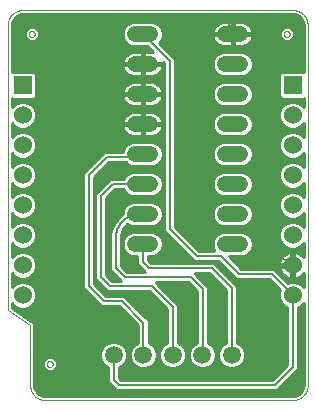
<source format=gtl>
G75*
%MOIN*%
%OFA0B0*%
%FSLAX25Y25*%
%IPPOS*%
%LPD*%
%AMOC8*
5,1,8,0,0,1.08239X$1,22.5*
%
%ADD10C,0.00100*%
%ADD11C,0.00000*%
%ADD12R,0.06000X0.06000*%
%ADD13C,0.06000*%
%ADD14C,0.05200*%
%ADD15C,0.05937*%
%ADD16C,0.01000*%
%ADD17C,0.00600*%
D10*
X0009000Y0008000D02*
X0009000Y0028000D01*
X0001500Y0033000D01*
X0001500Y0128000D01*
X0001502Y0128140D01*
X0001508Y0128280D01*
X0001518Y0128420D01*
X0001531Y0128560D01*
X0001549Y0128699D01*
X0001571Y0128838D01*
X0001596Y0128975D01*
X0001625Y0129113D01*
X0001658Y0129249D01*
X0001695Y0129384D01*
X0001736Y0129518D01*
X0001781Y0129651D01*
X0001829Y0129783D01*
X0001881Y0129913D01*
X0001936Y0130042D01*
X0001995Y0130169D01*
X0002058Y0130295D01*
X0002124Y0130419D01*
X0002193Y0130540D01*
X0002266Y0130660D01*
X0002343Y0130778D01*
X0002422Y0130893D01*
X0002505Y0131007D01*
X0002591Y0131117D01*
X0002680Y0131226D01*
X0002772Y0131332D01*
X0002867Y0131435D01*
X0002964Y0131536D01*
X0003065Y0131633D01*
X0003168Y0131728D01*
X0003274Y0131820D01*
X0003383Y0131909D01*
X0003493Y0131995D01*
X0003607Y0132078D01*
X0003722Y0132157D01*
X0003840Y0132234D01*
X0003960Y0132307D01*
X0004081Y0132376D01*
X0004205Y0132442D01*
X0004331Y0132505D01*
X0004458Y0132564D01*
X0004587Y0132619D01*
X0004717Y0132671D01*
X0004849Y0132719D01*
X0004982Y0132764D01*
X0005116Y0132805D01*
X0005251Y0132842D01*
X0005387Y0132875D01*
X0005525Y0132904D01*
X0005662Y0132929D01*
X0005801Y0132951D01*
X0005940Y0132969D01*
X0006080Y0132982D01*
X0006220Y0132992D01*
X0006360Y0132998D01*
X0006500Y0133000D01*
X0096500Y0133000D01*
X0096640Y0132998D01*
X0096780Y0132992D01*
X0096920Y0132982D01*
X0097060Y0132969D01*
X0097199Y0132951D01*
X0097338Y0132929D01*
X0097475Y0132904D01*
X0097613Y0132875D01*
X0097749Y0132842D01*
X0097884Y0132805D01*
X0098018Y0132764D01*
X0098151Y0132719D01*
X0098283Y0132671D01*
X0098413Y0132619D01*
X0098542Y0132564D01*
X0098669Y0132505D01*
X0098795Y0132442D01*
X0098919Y0132376D01*
X0099040Y0132307D01*
X0099160Y0132234D01*
X0099278Y0132157D01*
X0099393Y0132078D01*
X0099507Y0131995D01*
X0099617Y0131909D01*
X0099726Y0131820D01*
X0099832Y0131728D01*
X0099935Y0131633D01*
X0100036Y0131536D01*
X0100133Y0131435D01*
X0100228Y0131332D01*
X0100320Y0131226D01*
X0100409Y0131117D01*
X0100495Y0131007D01*
X0100578Y0130893D01*
X0100657Y0130778D01*
X0100734Y0130660D01*
X0100807Y0130540D01*
X0100876Y0130419D01*
X0100942Y0130295D01*
X0101005Y0130169D01*
X0101064Y0130042D01*
X0101119Y0129913D01*
X0101171Y0129783D01*
X0101219Y0129651D01*
X0101264Y0129518D01*
X0101305Y0129384D01*
X0101342Y0129249D01*
X0101375Y0129113D01*
X0101404Y0128975D01*
X0101429Y0128838D01*
X0101451Y0128699D01*
X0101469Y0128560D01*
X0101482Y0128420D01*
X0101492Y0128280D01*
X0101498Y0128140D01*
X0101500Y0128000D01*
X0101500Y0008000D01*
X0101498Y0007860D01*
X0101492Y0007720D01*
X0101482Y0007580D01*
X0101469Y0007440D01*
X0101451Y0007301D01*
X0101429Y0007162D01*
X0101404Y0007025D01*
X0101375Y0006887D01*
X0101342Y0006751D01*
X0101305Y0006616D01*
X0101264Y0006482D01*
X0101219Y0006349D01*
X0101171Y0006217D01*
X0101119Y0006087D01*
X0101064Y0005958D01*
X0101005Y0005831D01*
X0100942Y0005705D01*
X0100876Y0005581D01*
X0100807Y0005460D01*
X0100734Y0005340D01*
X0100657Y0005222D01*
X0100578Y0005107D01*
X0100495Y0004993D01*
X0100409Y0004883D01*
X0100320Y0004774D01*
X0100228Y0004668D01*
X0100133Y0004565D01*
X0100036Y0004464D01*
X0099935Y0004367D01*
X0099832Y0004272D01*
X0099726Y0004180D01*
X0099617Y0004091D01*
X0099507Y0004005D01*
X0099393Y0003922D01*
X0099278Y0003843D01*
X0099160Y0003766D01*
X0099040Y0003693D01*
X0098919Y0003624D01*
X0098795Y0003558D01*
X0098669Y0003495D01*
X0098542Y0003436D01*
X0098413Y0003381D01*
X0098283Y0003329D01*
X0098151Y0003281D01*
X0098018Y0003236D01*
X0097884Y0003195D01*
X0097749Y0003158D01*
X0097613Y0003125D01*
X0097475Y0003096D01*
X0097338Y0003071D01*
X0097199Y0003049D01*
X0097060Y0003031D01*
X0096920Y0003018D01*
X0096780Y0003008D01*
X0096640Y0003002D01*
X0096500Y0003000D01*
X0014000Y0003000D01*
X0013860Y0003002D01*
X0013720Y0003008D01*
X0013580Y0003018D01*
X0013440Y0003031D01*
X0013301Y0003049D01*
X0013162Y0003071D01*
X0013025Y0003096D01*
X0012887Y0003125D01*
X0012751Y0003158D01*
X0012616Y0003195D01*
X0012482Y0003236D01*
X0012349Y0003281D01*
X0012217Y0003329D01*
X0012087Y0003381D01*
X0011958Y0003436D01*
X0011831Y0003495D01*
X0011705Y0003558D01*
X0011581Y0003624D01*
X0011460Y0003693D01*
X0011340Y0003766D01*
X0011222Y0003843D01*
X0011107Y0003922D01*
X0010993Y0004005D01*
X0010883Y0004091D01*
X0010774Y0004180D01*
X0010668Y0004272D01*
X0010565Y0004367D01*
X0010464Y0004464D01*
X0010367Y0004565D01*
X0010272Y0004668D01*
X0010180Y0004774D01*
X0010091Y0004883D01*
X0010005Y0004993D01*
X0009922Y0005107D01*
X0009843Y0005222D01*
X0009766Y0005340D01*
X0009693Y0005460D01*
X0009624Y0005581D01*
X0009558Y0005705D01*
X0009495Y0005831D01*
X0009436Y0005958D01*
X0009381Y0006087D01*
X0009329Y0006217D01*
X0009281Y0006349D01*
X0009236Y0006482D01*
X0009195Y0006616D01*
X0009158Y0006751D01*
X0009125Y0006887D01*
X0009096Y0007025D01*
X0009071Y0007162D01*
X0009049Y0007301D01*
X0009031Y0007440D01*
X0009018Y0007580D01*
X0009008Y0007720D01*
X0009002Y0007860D01*
X0009000Y0008000D01*
D11*
X0014500Y0015000D02*
X0014502Y0015063D01*
X0014508Y0015125D01*
X0014518Y0015187D01*
X0014531Y0015249D01*
X0014549Y0015309D01*
X0014570Y0015368D01*
X0014595Y0015426D01*
X0014624Y0015482D01*
X0014656Y0015536D01*
X0014691Y0015588D01*
X0014729Y0015637D01*
X0014771Y0015685D01*
X0014815Y0015729D01*
X0014863Y0015771D01*
X0014912Y0015809D01*
X0014964Y0015844D01*
X0015018Y0015876D01*
X0015074Y0015905D01*
X0015132Y0015930D01*
X0015191Y0015951D01*
X0015251Y0015969D01*
X0015313Y0015982D01*
X0015375Y0015992D01*
X0015437Y0015998D01*
X0015500Y0016000D01*
X0015563Y0015998D01*
X0015625Y0015992D01*
X0015687Y0015982D01*
X0015749Y0015969D01*
X0015809Y0015951D01*
X0015868Y0015930D01*
X0015926Y0015905D01*
X0015982Y0015876D01*
X0016036Y0015844D01*
X0016088Y0015809D01*
X0016137Y0015771D01*
X0016185Y0015729D01*
X0016229Y0015685D01*
X0016271Y0015637D01*
X0016309Y0015588D01*
X0016344Y0015536D01*
X0016376Y0015482D01*
X0016405Y0015426D01*
X0016430Y0015368D01*
X0016451Y0015309D01*
X0016469Y0015249D01*
X0016482Y0015187D01*
X0016492Y0015125D01*
X0016498Y0015063D01*
X0016500Y0015000D01*
X0016498Y0014937D01*
X0016492Y0014875D01*
X0016482Y0014813D01*
X0016469Y0014751D01*
X0016451Y0014691D01*
X0016430Y0014632D01*
X0016405Y0014574D01*
X0016376Y0014518D01*
X0016344Y0014464D01*
X0016309Y0014412D01*
X0016271Y0014363D01*
X0016229Y0014315D01*
X0016185Y0014271D01*
X0016137Y0014229D01*
X0016088Y0014191D01*
X0016036Y0014156D01*
X0015982Y0014124D01*
X0015926Y0014095D01*
X0015868Y0014070D01*
X0015809Y0014049D01*
X0015749Y0014031D01*
X0015687Y0014018D01*
X0015625Y0014008D01*
X0015563Y0014002D01*
X0015500Y0014000D01*
X0015437Y0014002D01*
X0015375Y0014008D01*
X0015313Y0014018D01*
X0015251Y0014031D01*
X0015191Y0014049D01*
X0015132Y0014070D01*
X0015074Y0014095D01*
X0015018Y0014124D01*
X0014964Y0014156D01*
X0014912Y0014191D01*
X0014863Y0014229D01*
X0014815Y0014271D01*
X0014771Y0014315D01*
X0014729Y0014363D01*
X0014691Y0014412D01*
X0014656Y0014464D01*
X0014624Y0014518D01*
X0014595Y0014574D01*
X0014570Y0014632D01*
X0014549Y0014691D01*
X0014531Y0014751D01*
X0014518Y0014813D01*
X0014508Y0014875D01*
X0014502Y0014937D01*
X0014500Y0015000D01*
X0008500Y0125000D02*
X0008502Y0125063D01*
X0008508Y0125125D01*
X0008518Y0125187D01*
X0008531Y0125249D01*
X0008549Y0125309D01*
X0008570Y0125368D01*
X0008595Y0125426D01*
X0008624Y0125482D01*
X0008656Y0125536D01*
X0008691Y0125588D01*
X0008729Y0125637D01*
X0008771Y0125685D01*
X0008815Y0125729D01*
X0008863Y0125771D01*
X0008912Y0125809D01*
X0008964Y0125844D01*
X0009018Y0125876D01*
X0009074Y0125905D01*
X0009132Y0125930D01*
X0009191Y0125951D01*
X0009251Y0125969D01*
X0009313Y0125982D01*
X0009375Y0125992D01*
X0009437Y0125998D01*
X0009500Y0126000D01*
X0009563Y0125998D01*
X0009625Y0125992D01*
X0009687Y0125982D01*
X0009749Y0125969D01*
X0009809Y0125951D01*
X0009868Y0125930D01*
X0009926Y0125905D01*
X0009982Y0125876D01*
X0010036Y0125844D01*
X0010088Y0125809D01*
X0010137Y0125771D01*
X0010185Y0125729D01*
X0010229Y0125685D01*
X0010271Y0125637D01*
X0010309Y0125588D01*
X0010344Y0125536D01*
X0010376Y0125482D01*
X0010405Y0125426D01*
X0010430Y0125368D01*
X0010451Y0125309D01*
X0010469Y0125249D01*
X0010482Y0125187D01*
X0010492Y0125125D01*
X0010498Y0125063D01*
X0010500Y0125000D01*
X0010498Y0124937D01*
X0010492Y0124875D01*
X0010482Y0124813D01*
X0010469Y0124751D01*
X0010451Y0124691D01*
X0010430Y0124632D01*
X0010405Y0124574D01*
X0010376Y0124518D01*
X0010344Y0124464D01*
X0010309Y0124412D01*
X0010271Y0124363D01*
X0010229Y0124315D01*
X0010185Y0124271D01*
X0010137Y0124229D01*
X0010088Y0124191D01*
X0010036Y0124156D01*
X0009982Y0124124D01*
X0009926Y0124095D01*
X0009868Y0124070D01*
X0009809Y0124049D01*
X0009749Y0124031D01*
X0009687Y0124018D01*
X0009625Y0124008D01*
X0009563Y0124002D01*
X0009500Y0124000D01*
X0009437Y0124002D01*
X0009375Y0124008D01*
X0009313Y0124018D01*
X0009251Y0124031D01*
X0009191Y0124049D01*
X0009132Y0124070D01*
X0009074Y0124095D01*
X0009018Y0124124D01*
X0008964Y0124156D01*
X0008912Y0124191D01*
X0008863Y0124229D01*
X0008815Y0124271D01*
X0008771Y0124315D01*
X0008729Y0124363D01*
X0008691Y0124412D01*
X0008656Y0124464D01*
X0008624Y0124518D01*
X0008595Y0124574D01*
X0008570Y0124632D01*
X0008549Y0124691D01*
X0008531Y0124751D01*
X0008518Y0124813D01*
X0008508Y0124875D01*
X0008502Y0124937D01*
X0008500Y0125000D01*
X0093500Y0125000D02*
X0093502Y0125063D01*
X0093508Y0125125D01*
X0093518Y0125187D01*
X0093531Y0125249D01*
X0093549Y0125309D01*
X0093570Y0125368D01*
X0093595Y0125426D01*
X0093624Y0125482D01*
X0093656Y0125536D01*
X0093691Y0125588D01*
X0093729Y0125637D01*
X0093771Y0125685D01*
X0093815Y0125729D01*
X0093863Y0125771D01*
X0093912Y0125809D01*
X0093964Y0125844D01*
X0094018Y0125876D01*
X0094074Y0125905D01*
X0094132Y0125930D01*
X0094191Y0125951D01*
X0094251Y0125969D01*
X0094313Y0125982D01*
X0094375Y0125992D01*
X0094437Y0125998D01*
X0094500Y0126000D01*
X0094563Y0125998D01*
X0094625Y0125992D01*
X0094687Y0125982D01*
X0094749Y0125969D01*
X0094809Y0125951D01*
X0094868Y0125930D01*
X0094926Y0125905D01*
X0094982Y0125876D01*
X0095036Y0125844D01*
X0095088Y0125809D01*
X0095137Y0125771D01*
X0095185Y0125729D01*
X0095229Y0125685D01*
X0095271Y0125637D01*
X0095309Y0125588D01*
X0095344Y0125536D01*
X0095376Y0125482D01*
X0095405Y0125426D01*
X0095430Y0125368D01*
X0095451Y0125309D01*
X0095469Y0125249D01*
X0095482Y0125187D01*
X0095492Y0125125D01*
X0095498Y0125063D01*
X0095500Y0125000D01*
X0095498Y0124937D01*
X0095492Y0124875D01*
X0095482Y0124813D01*
X0095469Y0124751D01*
X0095451Y0124691D01*
X0095430Y0124632D01*
X0095405Y0124574D01*
X0095376Y0124518D01*
X0095344Y0124464D01*
X0095309Y0124412D01*
X0095271Y0124363D01*
X0095229Y0124315D01*
X0095185Y0124271D01*
X0095137Y0124229D01*
X0095088Y0124191D01*
X0095036Y0124156D01*
X0094982Y0124124D01*
X0094926Y0124095D01*
X0094868Y0124070D01*
X0094809Y0124049D01*
X0094749Y0124031D01*
X0094687Y0124018D01*
X0094625Y0124008D01*
X0094563Y0124002D01*
X0094500Y0124000D01*
X0094437Y0124002D01*
X0094375Y0124008D01*
X0094313Y0124018D01*
X0094251Y0124031D01*
X0094191Y0124049D01*
X0094132Y0124070D01*
X0094074Y0124095D01*
X0094018Y0124124D01*
X0093964Y0124156D01*
X0093912Y0124191D01*
X0093863Y0124229D01*
X0093815Y0124271D01*
X0093771Y0124315D01*
X0093729Y0124363D01*
X0093691Y0124412D01*
X0093656Y0124464D01*
X0093624Y0124518D01*
X0093595Y0124574D01*
X0093570Y0124632D01*
X0093549Y0124691D01*
X0093531Y0124751D01*
X0093518Y0124813D01*
X0093508Y0124875D01*
X0093502Y0124937D01*
X0093500Y0125000D01*
D12*
X0096500Y0108000D03*
X0006500Y0108000D03*
D13*
X0006500Y0098000D03*
X0006500Y0088000D03*
X0006500Y0078000D03*
X0006500Y0068000D03*
X0006500Y0058000D03*
X0006500Y0048000D03*
X0006500Y0038000D03*
X0096500Y0038000D03*
X0096500Y0048000D03*
X0096500Y0058000D03*
X0096500Y0068000D03*
X0096500Y0078000D03*
X0096500Y0088000D03*
X0096500Y0098000D03*
D14*
X0079100Y0095000D02*
X0073900Y0095000D01*
X0073900Y0085000D02*
X0079100Y0085000D01*
X0079100Y0075000D02*
X0073900Y0075000D01*
X0073900Y0065000D02*
X0079100Y0065000D01*
X0079100Y0055000D02*
X0073900Y0055000D01*
X0049100Y0055000D02*
X0043900Y0055000D01*
X0043900Y0065000D02*
X0049100Y0065000D01*
X0049100Y0075000D02*
X0043900Y0075000D01*
X0043900Y0085000D02*
X0049100Y0085000D01*
X0049100Y0095000D02*
X0043900Y0095000D01*
X0043900Y0105000D02*
X0049100Y0105000D01*
X0049100Y0115000D02*
X0043900Y0115000D01*
X0043900Y0125000D02*
X0049100Y0125000D01*
X0073900Y0125000D02*
X0079100Y0125000D01*
X0079100Y0115000D02*
X0073900Y0115000D01*
X0073900Y0105000D02*
X0079100Y0105000D01*
D15*
X0076185Y0018000D03*
X0066343Y0018000D03*
X0056500Y0018000D03*
X0046657Y0018000D03*
X0036815Y0018000D03*
D16*
X0038615Y0013909D02*
X0039346Y0014212D01*
X0040603Y0015469D01*
X0041283Y0017111D01*
X0041283Y0018889D01*
X0040603Y0020531D01*
X0039346Y0021788D01*
X0037704Y0022468D01*
X0035926Y0022468D01*
X0034284Y0021788D01*
X0033027Y0020531D01*
X0032346Y0018889D01*
X0032346Y0017111D01*
X0033027Y0015469D01*
X0034284Y0014212D01*
X0035015Y0013909D01*
X0035015Y0008939D01*
X0036700Y0007254D01*
X0037754Y0006200D01*
X0091246Y0006200D01*
X0098300Y0013254D01*
X0098300Y0033875D01*
X0099049Y0034185D01*
X0100150Y0035286D01*
X0100150Y0008000D01*
X0100080Y0007288D01*
X0099535Y0005972D01*
X0098528Y0004965D01*
X0097212Y0004420D01*
X0096500Y0004350D01*
X0014000Y0004350D01*
X0013288Y0004420D01*
X0011972Y0004965D01*
X0010965Y0005972D01*
X0010420Y0007288D01*
X0010350Y0008000D01*
X0010350Y0027591D01*
X0010433Y0027716D01*
X0010350Y0028134D01*
X0010350Y0028559D01*
X0010244Y0028666D01*
X0010214Y0028813D01*
X0009860Y0029049D01*
X0009559Y0029350D01*
X0009409Y0029350D01*
X0002850Y0033722D01*
X0002850Y0035286D01*
X0003951Y0034185D01*
X0005605Y0033500D01*
X0007395Y0033500D01*
X0009049Y0034185D01*
X0010315Y0035451D01*
X0011000Y0037105D01*
X0011000Y0038895D01*
X0010315Y0040549D01*
X0009049Y0041815D01*
X0007395Y0042500D01*
X0005605Y0042500D01*
X0003951Y0041815D01*
X0002850Y0040714D01*
X0002850Y0045286D01*
X0003951Y0044185D01*
X0005605Y0043500D01*
X0007395Y0043500D01*
X0009049Y0044185D01*
X0010315Y0045451D01*
X0011000Y0047105D01*
X0011000Y0048895D01*
X0010315Y0050549D01*
X0009049Y0051815D01*
X0007395Y0052500D01*
X0005605Y0052500D01*
X0003951Y0051815D01*
X0002850Y0050714D01*
X0002850Y0055286D01*
X0003951Y0054185D01*
X0005605Y0053500D01*
X0007395Y0053500D01*
X0009049Y0054185D01*
X0010315Y0055451D01*
X0011000Y0057105D01*
X0011000Y0058895D01*
X0010315Y0060549D01*
X0009049Y0061815D01*
X0007395Y0062500D01*
X0005605Y0062500D01*
X0003951Y0061815D01*
X0002850Y0060714D01*
X0002850Y0065286D01*
X0003951Y0064185D01*
X0005605Y0063500D01*
X0007395Y0063500D01*
X0009049Y0064185D01*
X0010315Y0065451D01*
X0011000Y0067105D01*
X0011000Y0068895D01*
X0010315Y0070549D01*
X0009049Y0071815D01*
X0007395Y0072500D01*
X0005605Y0072500D01*
X0003951Y0071815D01*
X0002850Y0070714D01*
X0002850Y0075286D01*
X0003951Y0074185D01*
X0005605Y0073500D01*
X0007395Y0073500D01*
X0009049Y0074185D01*
X0010315Y0075451D01*
X0011000Y0077105D01*
X0011000Y0078895D01*
X0010315Y0080549D01*
X0009049Y0081815D01*
X0007395Y0082500D01*
X0005605Y0082500D01*
X0003951Y0081815D01*
X0002850Y0080714D01*
X0002850Y0085286D01*
X0003951Y0084185D01*
X0005605Y0083500D01*
X0007395Y0083500D01*
X0009049Y0084185D01*
X0010315Y0085451D01*
X0011000Y0087105D01*
X0011000Y0088895D01*
X0010315Y0090549D01*
X0009049Y0091815D01*
X0007395Y0092500D01*
X0005605Y0092500D01*
X0003951Y0091815D01*
X0002850Y0090714D01*
X0002850Y0095286D01*
X0003951Y0094185D01*
X0005605Y0093500D01*
X0007395Y0093500D01*
X0009049Y0094185D01*
X0010315Y0095451D01*
X0011000Y0097105D01*
X0011000Y0098895D01*
X0010315Y0100549D01*
X0009049Y0101815D01*
X0007395Y0102500D01*
X0005605Y0102500D01*
X0003951Y0101815D01*
X0002850Y0100714D01*
X0002850Y0103529D01*
X0002879Y0103500D01*
X0010121Y0103500D01*
X0011000Y0104379D01*
X0011000Y0111621D01*
X0010121Y0112500D01*
X0002879Y0112500D01*
X0002850Y0112471D01*
X0002850Y0128000D01*
X0002920Y0128712D01*
X0003465Y0130028D01*
X0004472Y0131035D01*
X0005788Y0131580D01*
X0006500Y0131650D01*
X0096500Y0131650D01*
X0097212Y0131580D01*
X0098528Y0131035D01*
X0099535Y0130028D01*
X0100080Y0128712D01*
X0100150Y0128000D01*
X0100150Y0112471D01*
X0100121Y0112500D01*
X0092879Y0112500D01*
X0092000Y0111621D01*
X0092000Y0104379D01*
X0092879Y0103500D01*
X0100121Y0103500D01*
X0100150Y0103529D01*
X0100150Y0100714D01*
X0099049Y0101815D01*
X0097395Y0102500D01*
X0095605Y0102500D01*
X0093951Y0101815D01*
X0092685Y0100549D01*
X0092000Y0098895D01*
X0092000Y0097105D01*
X0092685Y0095451D01*
X0093951Y0094185D01*
X0095605Y0093500D01*
X0097395Y0093500D01*
X0099049Y0094185D01*
X0100150Y0095286D01*
X0100150Y0090714D01*
X0099049Y0091815D01*
X0097395Y0092500D01*
X0095605Y0092500D01*
X0093951Y0091815D01*
X0092685Y0090549D01*
X0092000Y0088895D01*
X0092000Y0087105D01*
X0092685Y0085451D01*
X0093951Y0084185D01*
X0095605Y0083500D01*
X0097395Y0083500D01*
X0099049Y0084185D01*
X0100150Y0085286D01*
X0100150Y0080714D01*
X0099049Y0081815D01*
X0097395Y0082500D01*
X0095605Y0082500D01*
X0093951Y0081815D01*
X0092685Y0080549D01*
X0092000Y0078895D01*
X0092000Y0077105D01*
X0092685Y0075451D01*
X0093951Y0074185D01*
X0095605Y0073500D01*
X0097395Y0073500D01*
X0099049Y0074185D01*
X0100150Y0075286D01*
X0100150Y0070714D01*
X0099049Y0071815D01*
X0097395Y0072500D01*
X0095605Y0072500D01*
X0093951Y0071815D01*
X0092685Y0070549D01*
X0092000Y0068895D01*
X0092000Y0067105D01*
X0092685Y0065451D01*
X0093951Y0064185D01*
X0095605Y0063500D01*
X0097395Y0063500D01*
X0099049Y0064185D01*
X0100150Y0065286D01*
X0100150Y0060714D01*
X0099049Y0061815D01*
X0097395Y0062500D01*
X0095605Y0062500D01*
X0093951Y0061815D01*
X0092685Y0060549D01*
X0092000Y0058895D01*
X0092000Y0057105D01*
X0092685Y0055451D01*
X0093951Y0054185D01*
X0095605Y0053500D01*
X0097395Y0053500D01*
X0099049Y0054185D01*
X0100150Y0055286D01*
X0100150Y0050632D01*
X0099932Y0050932D01*
X0099432Y0051432D01*
X0098859Y0051849D01*
X0098227Y0052170D01*
X0097554Y0052389D01*
X0097000Y0052477D01*
X0097000Y0048500D01*
X0096000Y0048500D01*
X0096000Y0052477D01*
X0095446Y0052389D01*
X0094773Y0052170D01*
X0094141Y0051849D01*
X0093568Y0051432D01*
X0093068Y0050932D01*
X0092651Y0050359D01*
X0092330Y0049727D01*
X0092111Y0049054D01*
X0092023Y0048500D01*
X0096000Y0048500D01*
X0096000Y0047500D01*
X0097000Y0047500D01*
X0097000Y0043523D01*
X0097554Y0043611D01*
X0098227Y0043830D01*
X0098859Y0044151D01*
X0099432Y0044568D01*
X0099932Y0045068D01*
X0100150Y0045368D01*
X0100150Y0040714D01*
X0099049Y0041815D01*
X0097395Y0042500D01*
X0095605Y0042500D01*
X0094856Y0042190D01*
X0091300Y0045746D01*
X0090246Y0046800D01*
X0079246Y0046800D01*
X0075146Y0050900D01*
X0079916Y0050900D01*
X0081422Y0051524D01*
X0082576Y0052678D01*
X0083200Y0054184D01*
X0083200Y0055816D01*
X0082576Y0057322D01*
X0081422Y0058476D01*
X0079916Y0059100D01*
X0073084Y0059100D01*
X0071578Y0058476D01*
X0070424Y0057322D01*
X0069800Y0055816D01*
X0069800Y0054184D01*
X0070373Y0052800D01*
X0065246Y0052800D01*
X0057300Y0060746D01*
X0057300Y0116746D01*
X0056246Y0117800D01*
X0051972Y0122074D01*
X0052576Y0122678D01*
X0053200Y0124184D01*
X0053200Y0125816D01*
X0052576Y0127322D01*
X0051422Y0128476D01*
X0049916Y0129100D01*
X0043084Y0129100D01*
X0041578Y0128476D01*
X0040424Y0127322D01*
X0039800Y0125816D01*
X0039800Y0124184D01*
X0040424Y0122678D01*
X0041578Y0121524D01*
X0043084Y0120900D01*
X0048054Y0120900D01*
X0049936Y0119019D01*
X0049423Y0119100D01*
X0046800Y0119100D01*
X0046800Y0115300D01*
X0053200Y0115300D01*
X0053200Y0115323D01*
X0053119Y0115836D01*
X0053700Y0115254D01*
X0053700Y0059254D01*
X0054754Y0058200D01*
X0063754Y0049200D01*
X0071754Y0049200D01*
X0077754Y0043200D01*
X0088754Y0043200D01*
X0092310Y0039644D01*
X0092000Y0038895D01*
X0092000Y0037105D01*
X0092685Y0035451D01*
X0093951Y0034185D01*
X0094700Y0033875D01*
X0094700Y0014746D01*
X0089754Y0009800D01*
X0039246Y0009800D01*
X0038615Y0010431D01*
X0038615Y0013909D01*
X0038795Y0013984D02*
X0044677Y0013984D01*
X0044126Y0014212D02*
X0045769Y0013531D01*
X0047546Y0013531D01*
X0049189Y0014212D01*
X0050446Y0015469D01*
X0051126Y0017111D01*
X0051126Y0018889D01*
X0050446Y0020531D01*
X0049189Y0021788D01*
X0048457Y0022091D01*
X0048457Y0029588D01*
X0047403Y0030643D01*
X0040246Y0037800D01*
X0034246Y0037800D01*
X0030300Y0041746D01*
X0030300Y0077254D01*
X0035246Y0082200D01*
X0040902Y0082200D01*
X0041578Y0081524D01*
X0043084Y0080900D01*
X0049916Y0080900D01*
X0051422Y0081524D01*
X0052576Y0082678D01*
X0053200Y0084184D01*
X0053200Y0085816D01*
X0052576Y0087322D01*
X0051422Y0088476D01*
X0049916Y0089100D01*
X0043084Y0089100D01*
X0041578Y0088476D01*
X0040424Y0087322D01*
X0039800Y0085816D01*
X0039800Y0085800D01*
X0033754Y0085800D01*
X0027754Y0079800D01*
X0026700Y0078746D01*
X0026700Y0040254D01*
X0032754Y0034200D01*
X0038754Y0034200D01*
X0044857Y0028097D01*
X0044857Y0022091D01*
X0044126Y0021788D01*
X0042869Y0020531D01*
X0042189Y0018889D01*
X0042189Y0017111D01*
X0042869Y0015469D01*
X0044126Y0014212D01*
X0043356Y0014982D02*
X0040117Y0014982D01*
X0040815Y0015981D02*
X0042657Y0015981D01*
X0042244Y0016979D02*
X0041229Y0016979D01*
X0041283Y0017978D02*
X0042189Y0017978D01*
X0042225Y0018976D02*
X0041247Y0018976D01*
X0040834Y0019975D02*
X0042639Y0019975D01*
X0043311Y0020973D02*
X0040161Y0020973D01*
X0038903Y0021972D02*
X0044569Y0021972D01*
X0044857Y0022970D02*
X0010350Y0022970D01*
X0010350Y0021972D02*
X0034727Y0021972D01*
X0033469Y0020973D02*
X0010350Y0020973D01*
X0010350Y0019975D02*
X0032796Y0019975D01*
X0032383Y0018976D02*
X0010350Y0018976D01*
X0010350Y0017978D02*
X0032346Y0017978D01*
X0032401Y0016979D02*
X0016774Y0016979D01*
X0016453Y0017300D02*
X0014547Y0017300D01*
X0013200Y0015953D01*
X0013200Y0014047D01*
X0014547Y0012700D01*
X0016453Y0012700D01*
X0017800Y0014047D01*
X0017800Y0015953D01*
X0016453Y0017300D01*
X0017772Y0015981D02*
X0032815Y0015981D01*
X0033513Y0014982D02*
X0017800Y0014982D01*
X0017736Y0013984D02*
X0034835Y0013984D01*
X0035015Y0012985D02*
X0016738Y0012985D01*
X0014262Y0012985D02*
X0010350Y0012985D01*
X0010350Y0011987D02*
X0035015Y0011987D01*
X0035015Y0010988D02*
X0010350Y0010988D01*
X0010350Y0009990D02*
X0035015Y0009990D01*
X0035015Y0008991D02*
X0010350Y0008991D01*
X0010351Y0007993D02*
X0035962Y0007993D01*
X0036960Y0006994D02*
X0010542Y0006994D01*
X0010955Y0005996D02*
X0099545Y0005996D01*
X0099958Y0006994D02*
X0092040Y0006994D01*
X0093038Y0007993D02*
X0100149Y0007993D01*
X0100150Y0008991D02*
X0094037Y0008991D01*
X0095035Y0009990D02*
X0100150Y0009990D01*
X0100150Y0010988D02*
X0096034Y0010988D01*
X0097032Y0011987D02*
X0100150Y0011987D01*
X0100150Y0012985D02*
X0098031Y0012985D01*
X0098300Y0013984D02*
X0100150Y0013984D01*
X0100150Y0014982D02*
X0098300Y0014982D01*
X0098300Y0015981D02*
X0100150Y0015981D01*
X0100150Y0016979D02*
X0098300Y0016979D01*
X0098300Y0017978D02*
X0100150Y0017978D01*
X0100150Y0018976D02*
X0098300Y0018976D01*
X0098300Y0019975D02*
X0100150Y0019975D01*
X0100150Y0020973D02*
X0098300Y0020973D01*
X0098300Y0021972D02*
X0100150Y0021972D01*
X0100150Y0022970D02*
X0098300Y0022970D01*
X0098300Y0023969D02*
X0100150Y0023969D01*
X0100150Y0024967D02*
X0098300Y0024967D01*
X0098300Y0025966D02*
X0100150Y0025966D01*
X0100150Y0026964D02*
X0098300Y0026964D01*
X0098300Y0027963D02*
X0100150Y0027963D01*
X0100150Y0028961D02*
X0098300Y0028961D01*
X0098300Y0029960D02*
X0100150Y0029960D01*
X0100150Y0030958D02*
X0098300Y0030958D01*
X0098300Y0031957D02*
X0100150Y0031957D01*
X0100150Y0032955D02*
X0098300Y0032955D01*
X0098491Y0033954D02*
X0100150Y0033954D01*
X0100150Y0034952D02*
X0099816Y0034952D01*
X0094509Y0033954D02*
X0077985Y0033954D01*
X0077985Y0034952D02*
X0093184Y0034952D01*
X0092478Y0035951D02*
X0077985Y0035951D01*
X0077985Y0036949D02*
X0092064Y0036949D01*
X0092000Y0037948D02*
X0077985Y0037948D01*
X0077985Y0038946D02*
X0092021Y0038946D01*
X0092009Y0039945D02*
X0077985Y0039945D01*
X0077985Y0040943D02*
X0091011Y0040943D01*
X0090012Y0041942D02*
X0077104Y0041942D01*
X0076931Y0042115D02*
X0077985Y0041061D01*
X0077985Y0022091D01*
X0078716Y0021788D01*
X0079973Y0020531D01*
X0080654Y0018889D01*
X0080654Y0017111D01*
X0079973Y0015469D01*
X0078716Y0014212D01*
X0077074Y0013531D01*
X0075296Y0013531D01*
X0073654Y0014212D01*
X0072397Y0015469D01*
X0071717Y0017111D01*
X0071717Y0018889D01*
X0072397Y0020531D01*
X0073654Y0021788D01*
X0074385Y0022091D01*
X0074385Y0039569D01*
X0068754Y0045200D01*
X0063846Y0045200D01*
X0064300Y0044746D01*
X0067246Y0041800D01*
X0068300Y0040746D01*
X0068300Y0022026D01*
X0068874Y0021788D01*
X0070131Y0020531D01*
X0070811Y0018889D01*
X0070811Y0017111D01*
X0070131Y0015469D01*
X0068874Y0014212D01*
X0067231Y0013531D01*
X0065454Y0013531D01*
X0063811Y0014212D01*
X0062554Y0015469D01*
X0061874Y0017111D01*
X0061874Y0018889D01*
X0062554Y0020531D01*
X0063811Y0021788D01*
X0064700Y0022156D01*
X0064700Y0039254D01*
X0061754Y0042200D01*
X0050846Y0042200D01*
X0051300Y0041746D01*
X0058300Y0034746D01*
X0058300Y0022091D01*
X0059031Y0021788D01*
X0060288Y0020531D01*
X0060968Y0018889D01*
X0060968Y0017111D01*
X0060288Y0015469D01*
X0059031Y0014212D01*
X0057389Y0013531D01*
X0055611Y0013531D01*
X0053969Y0014212D01*
X0052712Y0015469D01*
X0052031Y0017111D01*
X0052031Y0018889D01*
X0052712Y0020531D01*
X0053969Y0021788D01*
X0054700Y0022091D01*
X0054700Y0033254D01*
X0048754Y0039200D01*
X0034754Y0039200D01*
X0033700Y0040254D01*
X0030700Y0043254D01*
X0030700Y0071746D01*
X0031754Y0072800D01*
X0035754Y0076800D01*
X0040208Y0076800D01*
X0040424Y0077322D01*
X0041578Y0078476D01*
X0043084Y0079100D01*
X0049916Y0079100D01*
X0051422Y0078476D01*
X0052576Y0077322D01*
X0053200Y0075816D01*
X0053200Y0074184D01*
X0052576Y0072678D01*
X0051422Y0071524D01*
X0049916Y0070900D01*
X0043084Y0070900D01*
X0041578Y0071524D01*
X0040424Y0072678D01*
X0040208Y0073200D01*
X0037246Y0073200D01*
X0034300Y0070254D01*
X0034300Y0044746D01*
X0036246Y0042800D01*
X0039154Y0042800D01*
X0036754Y0045200D01*
X0035700Y0046254D01*
X0035700Y0058680D01*
X0036813Y0061850D01*
X0036813Y0061850D01*
X0038913Y0064472D01*
X0038913Y0064472D01*
X0039800Y0065025D01*
X0039800Y0065816D01*
X0040424Y0067322D01*
X0041578Y0068476D01*
X0043084Y0069100D01*
X0049916Y0069100D01*
X0051422Y0068476D01*
X0052576Y0067322D01*
X0053200Y0065816D01*
X0053200Y0064184D01*
X0052576Y0062678D01*
X0051422Y0061524D01*
X0049916Y0060900D01*
X0043084Y0060900D01*
X0041578Y0061524D01*
X0041416Y0061686D01*
X0041400Y0061675D01*
X0040085Y0060035D01*
X0039389Y0058051D01*
X0039300Y0057000D01*
X0039300Y0047746D01*
X0041246Y0045800D01*
X0047154Y0045800D01*
X0046700Y0046254D01*
X0046700Y0046254D01*
X0045754Y0047200D01*
X0045754Y0047200D01*
X0044700Y0048254D01*
X0044700Y0050900D01*
X0043084Y0050900D01*
X0041578Y0051524D01*
X0040424Y0052678D01*
X0039800Y0054184D01*
X0039800Y0055816D01*
X0040424Y0057322D01*
X0041578Y0058476D01*
X0043084Y0059100D01*
X0049916Y0059100D01*
X0051422Y0058476D01*
X0052576Y0057322D01*
X0053200Y0055816D01*
X0053200Y0054184D01*
X0052576Y0052678D01*
X0051422Y0051524D01*
X0049916Y0050900D01*
X0048300Y0050900D01*
X0048300Y0049746D01*
X0049246Y0048800D01*
X0070246Y0048800D01*
X0071300Y0047746D01*
X0071300Y0047746D01*
X0076931Y0042115D01*
X0076931Y0042115D01*
X0076105Y0042940D02*
X0089014Y0042940D01*
X0091110Y0045936D02*
X0092501Y0045936D01*
X0092651Y0045641D02*
X0092330Y0046273D01*
X0092111Y0046946D01*
X0092023Y0047500D01*
X0096000Y0047500D01*
X0096000Y0043523D01*
X0095446Y0043611D01*
X0094773Y0043830D01*
X0094141Y0044151D01*
X0093568Y0044568D01*
X0093068Y0045068D01*
X0092651Y0045641D01*
X0092108Y0044937D02*
X0093199Y0044937D01*
X0093107Y0043939D02*
X0094558Y0043939D01*
X0094105Y0042940D02*
X0100150Y0042940D01*
X0100150Y0041942D02*
X0098742Y0041942D01*
X0099921Y0040943D02*
X0100150Y0040943D01*
X0100150Y0043939D02*
X0098442Y0043939D01*
X0097000Y0043939D02*
X0096000Y0043939D01*
X0096000Y0044937D02*
X0097000Y0044937D01*
X0097000Y0045936D02*
X0096000Y0045936D01*
X0096000Y0046934D02*
X0097000Y0046934D01*
X0096000Y0047933D02*
X0078113Y0047933D01*
X0079111Y0046934D02*
X0092115Y0046934D01*
X0092091Y0048932D02*
X0077114Y0048932D01*
X0076116Y0049930D02*
X0092433Y0049930D01*
X0093065Y0050929D02*
X0079984Y0050929D01*
X0081825Y0051927D02*
X0094295Y0051927D01*
X0096000Y0051927D02*
X0097000Y0051927D01*
X0097000Y0050929D02*
X0096000Y0050929D01*
X0096000Y0049930D02*
X0097000Y0049930D01*
X0097000Y0048932D02*
X0096000Y0048932D01*
X0098705Y0051927D02*
X0100150Y0051927D01*
X0100150Y0050929D02*
X0099935Y0050929D01*
X0100150Y0052926D02*
X0082679Y0052926D01*
X0083092Y0053924D02*
X0094581Y0053924D01*
X0093213Y0054923D02*
X0083200Y0054923D01*
X0083156Y0055921D02*
X0092490Y0055921D01*
X0092077Y0056920D02*
X0082743Y0056920D01*
X0081980Y0057918D02*
X0092000Y0057918D01*
X0092009Y0058917D02*
X0080358Y0058917D01*
X0079916Y0060900D02*
X0081422Y0061524D01*
X0082576Y0062678D01*
X0083200Y0064184D01*
X0083200Y0065816D01*
X0082576Y0067322D01*
X0081422Y0068476D01*
X0079916Y0069100D01*
X0073084Y0069100D01*
X0071578Y0068476D01*
X0070424Y0067322D01*
X0069800Y0065816D01*
X0069800Y0064184D01*
X0070424Y0062678D01*
X0071578Y0061524D01*
X0073084Y0060900D01*
X0079916Y0060900D01*
X0079948Y0060914D02*
X0093050Y0060914D01*
X0092423Y0059915D02*
X0058130Y0059915D01*
X0057300Y0060914D02*
X0073051Y0060914D01*
X0072642Y0058917D02*
X0059129Y0058917D01*
X0060127Y0057918D02*
X0071020Y0057918D01*
X0070257Y0056920D02*
X0061126Y0056920D01*
X0062124Y0055921D02*
X0069844Y0055921D01*
X0069800Y0054923D02*
X0063123Y0054923D01*
X0064121Y0053924D02*
X0069908Y0053924D01*
X0070321Y0052926D02*
X0065120Y0052926D01*
X0063024Y0049930D02*
X0048300Y0049930D01*
X0049114Y0048932D02*
X0072023Y0048932D01*
X0071113Y0047933D02*
X0073021Y0047933D01*
X0072111Y0046934D02*
X0074020Y0046934D01*
X0073110Y0045936D02*
X0075018Y0045936D01*
X0074108Y0044937D02*
X0076017Y0044937D01*
X0075107Y0043939D02*
X0077015Y0043939D01*
X0074009Y0039945D02*
X0068300Y0039945D01*
X0068300Y0038946D02*
X0074385Y0038946D01*
X0074385Y0037948D02*
X0068300Y0037948D01*
X0068300Y0036949D02*
X0074385Y0036949D01*
X0074385Y0035951D02*
X0068300Y0035951D01*
X0068300Y0034952D02*
X0074385Y0034952D01*
X0074385Y0033954D02*
X0068300Y0033954D01*
X0068300Y0032955D02*
X0074385Y0032955D01*
X0074385Y0031957D02*
X0068300Y0031957D01*
X0068300Y0030958D02*
X0074385Y0030958D01*
X0074385Y0029960D02*
X0068300Y0029960D01*
X0068300Y0028961D02*
X0074385Y0028961D01*
X0074385Y0027963D02*
X0068300Y0027963D01*
X0068300Y0026964D02*
X0074385Y0026964D01*
X0074385Y0025966D02*
X0068300Y0025966D01*
X0068300Y0024967D02*
X0074385Y0024967D01*
X0074385Y0023969D02*
X0068300Y0023969D01*
X0068300Y0022970D02*
X0074385Y0022970D01*
X0074097Y0021972D02*
X0068431Y0021972D01*
X0069689Y0020973D02*
X0072839Y0020973D01*
X0072166Y0019975D02*
X0070361Y0019975D01*
X0070775Y0018976D02*
X0071753Y0018976D01*
X0071717Y0017978D02*
X0070811Y0017978D01*
X0070756Y0016979D02*
X0071771Y0016979D01*
X0072185Y0015981D02*
X0070343Y0015981D01*
X0069644Y0014982D02*
X0072883Y0014982D01*
X0074205Y0013984D02*
X0068323Y0013984D01*
X0064362Y0013984D02*
X0058480Y0013984D01*
X0059802Y0014982D02*
X0063041Y0014982D01*
X0062342Y0015981D02*
X0060500Y0015981D01*
X0060914Y0016979D02*
X0061929Y0016979D01*
X0061874Y0017978D02*
X0060968Y0017978D01*
X0060932Y0018976D02*
X0061910Y0018976D01*
X0062324Y0019975D02*
X0060519Y0019975D01*
X0059846Y0020973D02*
X0062996Y0020973D01*
X0064254Y0021972D02*
X0058588Y0021972D01*
X0058300Y0022970D02*
X0064700Y0022970D01*
X0064700Y0023969D02*
X0058300Y0023969D01*
X0058300Y0024967D02*
X0064700Y0024967D01*
X0064700Y0025966D02*
X0058300Y0025966D01*
X0058300Y0026964D02*
X0064700Y0026964D01*
X0064700Y0027963D02*
X0058300Y0027963D01*
X0058300Y0028961D02*
X0064700Y0028961D01*
X0064700Y0029960D02*
X0058300Y0029960D01*
X0058300Y0030958D02*
X0064700Y0030958D01*
X0064700Y0031957D02*
X0058300Y0031957D01*
X0058300Y0032955D02*
X0064700Y0032955D01*
X0064700Y0033954D02*
X0058300Y0033954D01*
X0058093Y0034952D02*
X0064700Y0034952D01*
X0064700Y0035951D02*
X0057095Y0035951D01*
X0056096Y0036949D02*
X0064700Y0036949D01*
X0064700Y0037948D02*
X0055098Y0037948D01*
X0054099Y0038946D02*
X0064700Y0038946D01*
X0064009Y0039945D02*
X0053101Y0039945D01*
X0052102Y0040943D02*
X0063011Y0040943D01*
X0062012Y0041942D02*
X0051104Y0041942D01*
X0049008Y0038946D02*
X0033099Y0038946D01*
X0034009Y0039945D02*
X0032101Y0039945D01*
X0033011Y0040943D02*
X0031102Y0040943D01*
X0030300Y0041942D02*
X0032012Y0041942D01*
X0031014Y0042940D02*
X0030300Y0042940D01*
X0030300Y0043939D02*
X0030700Y0043939D01*
X0030700Y0044937D02*
X0030300Y0044937D01*
X0030300Y0045936D02*
X0030700Y0045936D01*
X0030700Y0046934D02*
X0030300Y0046934D01*
X0030300Y0047933D02*
X0030700Y0047933D01*
X0030700Y0048932D02*
X0030300Y0048932D01*
X0030300Y0049930D02*
X0030700Y0049930D01*
X0030700Y0050929D02*
X0030300Y0050929D01*
X0030300Y0051927D02*
X0030700Y0051927D01*
X0030700Y0052926D02*
X0030300Y0052926D01*
X0030300Y0053924D02*
X0030700Y0053924D01*
X0030700Y0054923D02*
X0030300Y0054923D01*
X0030300Y0055921D02*
X0030700Y0055921D01*
X0030700Y0056920D02*
X0030300Y0056920D01*
X0030300Y0057918D02*
X0030700Y0057918D01*
X0030700Y0058917D02*
X0030300Y0058917D01*
X0030300Y0059915D02*
X0030700Y0059915D01*
X0030700Y0060914D02*
X0030300Y0060914D01*
X0030300Y0061912D02*
X0030700Y0061912D01*
X0030700Y0062911D02*
X0030300Y0062911D01*
X0030300Y0063909D02*
X0030700Y0063909D01*
X0030700Y0064908D02*
X0030300Y0064908D01*
X0030300Y0065906D02*
X0030700Y0065906D01*
X0030700Y0066905D02*
X0030300Y0066905D01*
X0030300Y0067903D02*
X0030700Y0067903D01*
X0030700Y0068902D02*
X0030300Y0068902D01*
X0030300Y0069900D02*
X0030700Y0069900D01*
X0030700Y0070899D02*
X0030300Y0070899D01*
X0030300Y0071897D02*
X0030852Y0071897D01*
X0030300Y0072896D02*
X0031850Y0072896D01*
X0032849Y0073894D02*
X0030300Y0073894D01*
X0030300Y0074893D02*
X0033847Y0074893D01*
X0034846Y0075891D02*
X0030300Y0075891D01*
X0030300Y0076890D02*
X0040245Y0076890D01*
X0040990Y0077888D02*
X0030934Y0077888D01*
X0031932Y0078887D02*
X0042570Y0078887D01*
X0041219Y0081882D02*
X0034928Y0081882D01*
X0033929Y0080884D02*
X0053700Y0080884D01*
X0053700Y0081882D02*
X0051781Y0081882D01*
X0052660Y0082881D02*
X0053700Y0082881D01*
X0053700Y0083879D02*
X0053074Y0083879D01*
X0053200Y0084878D02*
X0053700Y0084878D01*
X0053700Y0085876D02*
X0053175Y0085876D01*
X0052761Y0086875D02*
X0053700Y0086875D01*
X0053700Y0087873D02*
X0052025Y0087873D01*
X0050466Y0088872D02*
X0053700Y0088872D01*
X0053700Y0089870D02*
X0010596Y0089870D01*
X0011000Y0088872D02*
X0042534Y0088872D01*
X0040975Y0087873D02*
X0011000Y0087873D01*
X0010905Y0086875D02*
X0040239Y0086875D01*
X0039825Y0085876D02*
X0010491Y0085876D01*
X0009742Y0084878D02*
X0032832Y0084878D01*
X0031834Y0083879D02*
X0008311Y0083879D01*
X0008886Y0081882D02*
X0029837Y0081882D01*
X0028838Y0080884D02*
X0009980Y0080884D01*
X0010590Y0079885D02*
X0027840Y0079885D01*
X0026841Y0078887D02*
X0011000Y0078887D01*
X0011000Y0077888D02*
X0026700Y0077888D01*
X0026700Y0076890D02*
X0010911Y0076890D01*
X0010497Y0075891D02*
X0026700Y0075891D01*
X0026700Y0074893D02*
X0009757Y0074893D01*
X0008347Y0073894D02*
X0026700Y0073894D01*
X0026700Y0072896D02*
X0002850Y0072896D01*
X0002850Y0073894D02*
X0004653Y0073894D01*
X0004150Y0071897D02*
X0002850Y0071897D01*
X0002850Y0070899D02*
X0003035Y0070899D01*
X0002850Y0074893D02*
X0003243Y0074893D01*
X0003020Y0080884D02*
X0002850Y0080884D01*
X0002850Y0081882D02*
X0004114Y0081882D01*
X0002850Y0082881D02*
X0030835Y0082881D01*
X0032931Y0079885D02*
X0053700Y0079885D01*
X0053700Y0078887D02*
X0050430Y0078887D01*
X0052010Y0077888D02*
X0053700Y0077888D01*
X0053700Y0076890D02*
X0052755Y0076890D01*
X0053169Y0075891D02*
X0053700Y0075891D01*
X0053700Y0074893D02*
X0053200Y0074893D01*
X0053080Y0073894D02*
X0053700Y0073894D01*
X0053700Y0072896D02*
X0052666Y0072896D01*
X0051796Y0071897D02*
X0053700Y0071897D01*
X0053700Y0070899D02*
X0034944Y0070899D01*
X0034300Y0069900D02*
X0053700Y0069900D01*
X0053700Y0068902D02*
X0050394Y0068902D01*
X0051995Y0067903D02*
X0053700Y0067903D01*
X0053700Y0066905D02*
X0052749Y0066905D01*
X0053162Y0065906D02*
X0053700Y0065906D01*
X0053700Y0064908D02*
X0053200Y0064908D01*
X0053086Y0063909D02*
X0053700Y0063909D01*
X0053700Y0062911D02*
X0052672Y0062911D01*
X0051810Y0061912D02*
X0053700Y0061912D01*
X0053700Y0060914D02*
X0049948Y0060914D01*
X0050358Y0058917D02*
X0054038Y0058917D01*
X0053700Y0059915D02*
X0040043Y0059915D01*
X0039693Y0058917D02*
X0042642Y0058917D01*
X0041020Y0057918D02*
X0039378Y0057918D01*
X0039300Y0056920D02*
X0040257Y0056920D01*
X0039844Y0055921D02*
X0039300Y0055921D01*
X0039300Y0054923D02*
X0039800Y0054923D01*
X0039908Y0053924D02*
X0039300Y0053924D01*
X0039300Y0052926D02*
X0040321Y0052926D01*
X0041175Y0051927D02*
X0039300Y0051927D01*
X0039300Y0050929D02*
X0043016Y0050929D01*
X0044700Y0049930D02*
X0039300Y0049930D01*
X0039300Y0048932D02*
X0044700Y0048932D01*
X0045021Y0047933D02*
X0039300Y0047933D01*
X0040111Y0046934D02*
X0046020Y0046934D01*
X0047018Y0045936D02*
X0041110Y0045936D01*
X0039014Y0042940D02*
X0036105Y0042940D01*
X0035107Y0043939D02*
X0038015Y0043939D01*
X0037017Y0044937D02*
X0034300Y0044937D01*
X0034300Y0045936D02*
X0036018Y0045936D01*
X0035700Y0046934D02*
X0034300Y0046934D01*
X0034300Y0047933D02*
X0035700Y0047933D01*
X0035700Y0048932D02*
X0034300Y0048932D01*
X0034300Y0049930D02*
X0035700Y0049930D01*
X0035700Y0050929D02*
X0034300Y0050929D01*
X0034300Y0051927D02*
X0035700Y0051927D01*
X0035700Y0052926D02*
X0034300Y0052926D01*
X0034300Y0053924D02*
X0035700Y0053924D01*
X0035700Y0054923D02*
X0034300Y0054923D01*
X0034300Y0055921D02*
X0035700Y0055921D01*
X0035700Y0056920D02*
X0034300Y0056920D01*
X0034300Y0057918D02*
X0035700Y0057918D01*
X0035783Y0058917D02*
X0034300Y0058917D01*
X0034300Y0059915D02*
X0036134Y0059915D01*
X0036484Y0060914D02*
X0034300Y0060914D01*
X0034300Y0061912D02*
X0036863Y0061912D01*
X0037663Y0062911D02*
X0034300Y0062911D01*
X0034300Y0063909D02*
X0038462Y0063909D01*
X0039611Y0064908D02*
X0034300Y0064908D01*
X0034300Y0065906D02*
X0039838Y0065906D01*
X0040251Y0066905D02*
X0034300Y0066905D01*
X0034300Y0067903D02*
X0041005Y0067903D01*
X0042606Y0068902D02*
X0034300Y0068902D01*
X0035943Y0071897D02*
X0041204Y0071897D01*
X0040334Y0072896D02*
X0036941Y0072896D01*
X0026700Y0071897D02*
X0008850Y0071897D01*
X0009965Y0070899D02*
X0026700Y0070899D01*
X0026700Y0069900D02*
X0010584Y0069900D01*
X0010997Y0068902D02*
X0026700Y0068902D01*
X0026700Y0067903D02*
X0011000Y0067903D01*
X0010917Y0066905D02*
X0026700Y0066905D01*
X0026700Y0065906D02*
X0010503Y0065906D01*
X0009772Y0064908D02*
X0026700Y0064908D01*
X0026700Y0063909D02*
X0008383Y0063909D01*
X0008814Y0061912D02*
X0026700Y0061912D01*
X0026700Y0060914D02*
X0009950Y0060914D01*
X0010577Y0059915D02*
X0026700Y0059915D01*
X0026700Y0058917D02*
X0010991Y0058917D01*
X0011000Y0057918D02*
X0026700Y0057918D01*
X0026700Y0056920D02*
X0010923Y0056920D01*
X0010510Y0055921D02*
X0026700Y0055921D01*
X0026700Y0054923D02*
X0009787Y0054923D01*
X0008419Y0053924D02*
X0026700Y0053924D01*
X0026700Y0052926D02*
X0002850Y0052926D01*
X0002850Y0053924D02*
X0004581Y0053924D01*
X0003213Y0054923D02*
X0002850Y0054923D01*
X0002850Y0051927D02*
X0004222Y0051927D01*
X0003065Y0050929D02*
X0002850Y0050929D01*
X0002850Y0044937D02*
X0003199Y0044937D01*
X0002850Y0043939D02*
X0004545Y0043939D01*
X0004258Y0041942D02*
X0002850Y0041942D01*
X0002850Y0042940D02*
X0026700Y0042940D01*
X0026700Y0041942D02*
X0008742Y0041942D01*
X0009921Y0040943D02*
X0026700Y0040943D01*
X0027009Y0039945D02*
X0010565Y0039945D01*
X0010979Y0038946D02*
X0028008Y0038946D01*
X0029007Y0037948D02*
X0011000Y0037948D01*
X0010936Y0036949D02*
X0030005Y0036949D01*
X0031004Y0035951D02*
X0010522Y0035951D01*
X0009816Y0034952D02*
X0032002Y0034952D01*
X0034098Y0037948D02*
X0050007Y0037948D01*
X0051005Y0036949D02*
X0041096Y0036949D01*
X0042095Y0035951D02*
X0052004Y0035951D01*
X0053002Y0034952D02*
X0043093Y0034952D01*
X0044092Y0033954D02*
X0054001Y0033954D01*
X0054700Y0032955D02*
X0045090Y0032955D01*
X0046089Y0031957D02*
X0054700Y0031957D01*
X0054700Y0030958D02*
X0047087Y0030958D01*
X0048086Y0029960D02*
X0054700Y0029960D01*
X0054700Y0028961D02*
X0048457Y0028961D01*
X0048457Y0027963D02*
X0054700Y0027963D01*
X0054700Y0026964D02*
X0048457Y0026964D01*
X0048457Y0025966D02*
X0054700Y0025966D01*
X0054700Y0024967D02*
X0048457Y0024967D01*
X0048457Y0023969D02*
X0054700Y0023969D01*
X0054700Y0022970D02*
X0048457Y0022970D01*
X0048746Y0021972D02*
X0054412Y0021972D01*
X0053154Y0020973D02*
X0050004Y0020973D01*
X0050676Y0019975D02*
X0052481Y0019975D01*
X0052068Y0018976D02*
X0051090Y0018976D01*
X0051126Y0017978D02*
X0052031Y0017978D01*
X0052086Y0016979D02*
X0051071Y0016979D01*
X0050658Y0015981D02*
X0052500Y0015981D01*
X0053198Y0014982D02*
X0049959Y0014982D01*
X0048638Y0013984D02*
X0054520Y0013984D01*
X0044857Y0023969D02*
X0010350Y0023969D01*
X0010350Y0024967D02*
X0044857Y0024967D01*
X0044857Y0025966D02*
X0010350Y0025966D01*
X0010350Y0026964D02*
X0044857Y0026964D01*
X0044857Y0027963D02*
X0010384Y0027963D01*
X0009992Y0028961D02*
X0043993Y0028961D01*
X0042995Y0029960D02*
X0008494Y0029960D01*
X0006996Y0030958D02*
X0041996Y0030958D01*
X0040998Y0031957D02*
X0005498Y0031957D01*
X0004001Y0032955D02*
X0039999Y0032955D01*
X0039001Y0033954D02*
X0008491Y0033954D01*
X0004509Y0033954D02*
X0002850Y0033954D01*
X0002850Y0034952D02*
X0003184Y0034952D01*
X0003079Y0040943D02*
X0002850Y0040943D01*
X0008455Y0043939D02*
X0026700Y0043939D01*
X0026700Y0044937D02*
X0009801Y0044937D01*
X0010516Y0045936D02*
X0026700Y0045936D01*
X0026700Y0046934D02*
X0010929Y0046934D01*
X0011000Y0047933D02*
X0026700Y0047933D01*
X0026700Y0048932D02*
X0010985Y0048932D01*
X0010571Y0049930D02*
X0026700Y0049930D01*
X0026700Y0050929D02*
X0009935Y0050929D01*
X0008778Y0051927D02*
X0026700Y0051927D01*
X0026700Y0062911D02*
X0002850Y0062911D01*
X0002850Y0063909D02*
X0004617Y0063909D01*
X0004186Y0061912D02*
X0002850Y0061912D01*
X0002850Y0060914D02*
X0003050Y0060914D01*
X0003228Y0064908D02*
X0002850Y0064908D01*
X0002850Y0083879D02*
X0004689Y0083879D01*
X0003258Y0084878D02*
X0002850Y0084878D01*
X0002850Y0090869D02*
X0003005Y0090869D01*
X0002850Y0091868D02*
X0004078Y0091868D01*
X0002850Y0092866D02*
X0040386Y0092866D01*
X0040393Y0092851D02*
X0040773Y0092329D01*
X0041229Y0091873D01*
X0041751Y0091493D01*
X0042326Y0091200D01*
X0042940Y0091001D01*
X0043577Y0090900D01*
X0046200Y0090900D01*
X0046200Y0094700D01*
X0046800Y0094700D01*
X0046800Y0095300D01*
X0046200Y0095300D01*
X0046200Y0099100D01*
X0043577Y0099100D01*
X0042940Y0098999D01*
X0042326Y0098800D01*
X0041751Y0098507D01*
X0041229Y0098127D01*
X0040773Y0097671D01*
X0040393Y0097149D01*
X0040100Y0096574D01*
X0039901Y0095960D01*
X0039800Y0095323D01*
X0039800Y0095300D01*
X0046200Y0095300D01*
X0046200Y0094700D01*
X0039800Y0094700D01*
X0039800Y0094677D01*
X0039901Y0094040D01*
X0040100Y0093426D01*
X0040393Y0092851D01*
X0039958Y0093865D02*
X0008275Y0093865D01*
X0009727Y0094863D02*
X0046200Y0094863D01*
X0046800Y0094863D02*
X0053700Y0094863D01*
X0053200Y0094700D02*
X0046800Y0094700D01*
X0046800Y0090900D01*
X0049423Y0090900D01*
X0050060Y0091001D01*
X0050674Y0091200D01*
X0051249Y0091493D01*
X0051771Y0091873D01*
X0052227Y0092329D01*
X0052607Y0092851D01*
X0052900Y0093426D01*
X0053099Y0094040D01*
X0053200Y0094677D01*
X0053200Y0094700D01*
X0053200Y0095300D02*
X0053200Y0095323D01*
X0053099Y0095960D01*
X0052900Y0096574D01*
X0052607Y0097149D01*
X0052227Y0097671D01*
X0051771Y0098127D01*
X0051249Y0098507D01*
X0050674Y0098800D01*
X0050060Y0098999D01*
X0049423Y0099100D01*
X0046800Y0099100D01*
X0046800Y0095300D01*
X0053200Y0095300D01*
X0053115Y0095862D02*
X0053700Y0095862D01*
X0053700Y0096860D02*
X0052754Y0096860D01*
X0052040Y0097859D02*
X0053700Y0097859D01*
X0053700Y0098857D02*
X0050497Y0098857D01*
X0050060Y0101001D02*
X0049423Y0100900D01*
X0046800Y0100900D01*
X0046800Y0104700D01*
X0046800Y0105300D01*
X0046200Y0105300D01*
X0046200Y0109100D01*
X0043577Y0109100D01*
X0042940Y0108999D01*
X0042326Y0108800D01*
X0041751Y0108507D01*
X0041229Y0108127D01*
X0040773Y0107671D01*
X0040393Y0107149D01*
X0040100Y0106574D01*
X0039901Y0105960D01*
X0039800Y0105323D01*
X0039800Y0105300D01*
X0046200Y0105300D01*
X0046200Y0104700D01*
X0046800Y0104700D01*
X0053200Y0104700D01*
X0053200Y0104677D01*
X0053099Y0104040D01*
X0052900Y0103426D01*
X0052607Y0102851D01*
X0053700Y0102851D01*
X0053700Y0101853D02*
X0051743Y0101853D01*
X0051771Y0101873D02*
X0052227Y0102329D01*
X0052607Y0102851D01*
X0053037Y0103850D02*
X0053700Y0103850D01*
X0053700Y0104848D02*
X0046800Y0104848D01*
X0046800Y0105300D02*
X0053200Y0105300D01*
X0053200Y0105323D01*
X0053099Y0105960D01*
X0052900Y0106574D01*
X0052607Y0107149D01*
X0052227Y0107671D01*
X0051771Y0108127D01*
X0051249Y0108507D01*
X0050674Y0108800D01*
X0050060Y0108999D01*
X0049423Y0109100D01*
X0046800Y0109100D01*
X0046800Y0105300D01*
X0046800Y0105847D02*
X0046200Y0105847D01*
X0046200Y0106845D02*
X0046800Y0106845D01*
X0046800Y0107844D02*
X0046200Y0107844D01*
X0046200Y0108842D02*
X0046800Y0108842D01*
X0046800Y0110900D02*
X0049423Y0110900D01*
X0050060Y0111001D01*
X0050674Y0111200D01*
X0051249Y0111493D01*
X0051771Y0111873D01*
X0052227Y0112329D01*
X0052607Y0112851D01*
X0052900Y0113426D01*
X0053099Y0114040D01*
X0053200Y0114677D01*
X0053200Y0114700D01*
X0046800Y0114700D01*
X0046800Y0115300D01*
X0046200Y0115300D01*
X0046200Y0119100D01*
X0043577Y0119100D01*
X0042940Y0118999D01*
X0042326Y0118800D01*
X0041751Y0118507D01*
X0041229Y0118127D01*
X0040773Y0117671D01*
X0040393Y0117149D01*
X0040100Y0116574D01*
X0039901Y0115960D01*
X0039800Y0115323D01*
X0039800Y0115300D01*
X0046200Y0115300D01*
X0046200Y0114700D01*
X0046800Y0114700D01*
X0046800Y0110900D01*
X0046200Y0110900D02*
X0046200Y0114700D01*
X0039800Y0114700D01*
X0039800Y0114677D01*
X0039901Y0114040D01*
X0040100Y0113426D01*
X0040393Y0112851D01*
X0040773Y0112329D01*
X0041229Y0111873D01*
X0041751Y0111493D01*
X0042326Y0111200D01*
X0042940Y0111001D01*
X0043577Y0110900D01*
X0046200Y0110900D01*
X0046200Y0111838D02*
X0046800Y0111838D01*
X0046800Y0112836D02*
X0046200Y0112836D01*
X0046200Y0113835D02*
X0046800Y0113835D01*
X0046800Y0114833D02*
X0053700Y0114833D01*
X0053700Y0113835D02*
X0053032Y0113835D01*
X0052596Y0112836D02*
X0053700Y0112836D01*
X0053700Y0111838D02*
X0051723Y0111838D01*
X0053700Y0110839D02*
X0011000Y0110839D01*
X0011000Y0109841D02*
X0053700Y0109841D01*
X0053700Y0108842D02*
X0050543Y0108842D01*
X0052055Y0107844D02*
X0053700Y0107844D01*
X0053700Y0106845D02*
X0052761Y0106845D01*
X0053117Y0105847D02*
X0053700Y0105847D01*
X0057300Y0105847D02*
X0069813Y0105847D01*
X0069800Y0105816D02*
X0069800Y0104184D01*
X0070424Y0102678D01*
X0071578Y0101524D01*
X0073084Y0100900D01*
X0079916Y0100900D01*
X0081422Y0101524D01*
X0082576Y0102678D01*
X0083200Y0104184D01*
X0083200Y0105816D01*
X0082576Y0107322D01*
X0081422Y0108476D01*
X0079916Y0109100D01*
X0073084Y0109100D01*
X0071578Y0108476D01*
X0070424Y0107322D01*
X0069800Y0105816D01*
X0069800Y0104848D02*
X0057300Y0104848D01*
X0057300Y0103850D02*
X0069939Y0103850D01*
X0070352Y0102851D02*
X0057300Y0102851D01*
X0057300Y0101853D02*
X0071249Y0101853D01*
X0072498Y0098857D02*
X0057300Y0098857D01*
X0057300Y0097859D02*
X0070960Y0097859D01*
X0070424Y0097322D02*
X0069800Y0095816D01*
X0069800Y0094184D01*
X0070424Y0092678D01*
X0071578Y0091524D01*
X0073084Y0090900D01*
X0079916Y0090900D01*
X0081422Y0091524D01*
X0082576Y0092678D01*
X0083200Y0094184D01*
X0083200Y0095816D01*
X0082576Y0097322D01*
X0081422Y0098476D01*
X0079916Y0099100D01*
X0073084Y0099100D01*
X0071578Y0098476D01*
X0070424Y0097322D01*
X0070233Y0096860D02*
X0057300Y0096860D01*
X0057300Y0095862D02*
X0069819Y0095862D01*
X0069800Y0094863D02*
X0057300Y0094863D01*
X0057300Y0093865D02*
X0069933Y0093865D01*
X0070346Y0092866D02*
X0057300Y0092866D01*
X0057300Y0091868D02*
X0071234Y0091868D01*
X0072534Y0088872D02*
X0057300Y0088872D01*
X0057300Y0089870D02*
X0092404Y0089870D01*
X0092000Y0088872D02*
X0080466Y0088872D01*
X0079916Y0089100D02*
X0081422Y0088476D01*
X0082576Y0087322D01*
X0083200Y0085816D01*
X0083200Y0084184D01*
X0082576Y0082678D01*
X0081422Y0081524D01*
X0079916Y0080900D01*
X0073084Y0080900D01*
X0071578Y0081524D01*
X0070424Y0082678D01*
X0069800Y0084184D01*
X0069800Y0085816D01*
X0070424Y0087322D01*
X0071578Y0088476D01*
X0073084Y0089100D01*
X0079916Y0089100D01*
X0082025Y0087873D02*
X0092000Y0087873D01*
X0092095Y0086875D02*
X0082761Y0086875D01*
X0083175Y0085876D02*
X0092509Y0085876D01*
X0093258Y0084878D02*
X0083200Y0084878D01*
X0083074Y0083879D02*
X0094689Y0083879D01*
X0094114Y0081882D02*
X0081781Y0081882D01*
X0082660Y0082881D02*
X0100150Y0082881D01*
X0100150Y0083879D02*
X0098311Y0083879D01*
X0099742Y0084878D02*
X0100150Y0084878D01*
X0100150Y0081882D02*
X0098886Y0081882D01*
X0099980Y0080884D02*
X0100150Y0080884D01*
X0100150Y0074893D02*
X0099757Y0074893D01*
X0100150Y0073894D02*
X0098347Y0073894D01*
X0098850Y0071897D02*
X0100150Y0071897D01*
X0100150Y0070899D02*
X0099965Y0070899D01*
X0100150Y0072896D02*
X0082666Y0072896D01*
X0082576Y0072678D02*
X0083200Y0074184D01*
X0083200Y0075816D01*
X0082576Y0077322D01*
X0081422Y0078476D01*
X0079916Y0079100D01*
X0073084Y0079100D01*
X0071578Y0078476D01*
X0070424Y0077322D01*
X0069800Y0075816D01*
X0069800Y0074184D01*
X0070424Y0072678D01*
X0071578Y0071524D01*
X0073084Y0070900D01*
X0079916Y0070900D01*
X0081422Y0071524D01*
X0082576Y0072678D01*
X0081796Y0071897D02*
X0094150Y0071897D01*
X0093035Y0070899D02*
X0057300Y0070899D01*
X0057300Y0071897D02*
X0071204Y0071897D01*
X0070334Y0072896D02*
X0057300Y0072896D01*
X0057300Y0073894D02*
X0069920Y0073894D01*
X0069800Y0074893D02*
X0057300Y0074893D01*
X0057300Y0075891D02*
X0069831Y0075891D01*
X0070245Y0076890D02*
X0057300Y0076890D01*
X0057300Y0077888D02*
X0070990Y0077888D01*
X0072570Y0078887D02*
X0057300Y0078887D01*
X0057300Y0079885D02*
X0092410Y0079885D01*
X0092000Y0078887D02*
X0080430Y0078887D01*
X0082010Y0077888D02*
X0092000Y0077888D01*
X0092089Y0076890D02*
X0082755Y0076890D01*
X0083169Y0075891D02*
X0092503Y0075891D01*
X0093243Y0074893D02*
X0083200Y0074893D01*
X0083080Y0073894D02*
X0094653Y0073894D01*
X0092416Y0069900D02*
X0057300Y0069900D01*
X0057300Y0068902D02*
X0072606Y0068902D01*
X0071005Y0067903D02*
X0057300Y0067903D01*
X0057300Y0066905D02*
X0070251Y0066905D01*
X0069838Y0065906D02*
X0057300Y0065906D01*
X0057300Y0064908D02*
X0069800Y0064908D01*
X0069914Y0063909D02*
X0057300Y0063909D01*
X0057300Y0062911D02*
X0070328Y0062911D01*
X0071190Y0061912D02*
X0057300Y0061912D01*
X0055036Y0057918D02*
X0051980Y0057918D01*
X0052743Y0056920D02*
X0056035Y0056920D01*
X0057033Y0055921D02*
X0053156Y0055921D01*
X0053200Y0054923D02*
X0058032Y0054923D01*
X0059030Y0053924D02*
X0053092Y0053924D01*
X0052679Y0052926D02*
X0060029Y0052926D01*
X0061027Y0051927D02*
X0051825Y0051927D01*
X0049984Y0050929D02*
X0062026Y0050929D01*
X0064108Y0044937D02*
X0069017Y0044937D01*
X0070015Y0043939D02*
X0065107Y0043939D01*
X0066105Y0042940D02*
X0071014Y0042940D01*
X0072012Y0041942D02*
X0067104Y0041942D01*
X0068102Y0040943D02*
X0073011Y0040943D01*
X0077985Y0032955D02*
X0094700Y0032955D01*
X0094700Y0031957D02*
X0077985Y0031957D01*
X0077985Y0030958D02*
X0094700Y0030958D01*
X0094700Y0029960D02*
X0077985Y0029960D01*
X0077985Y0028961D02*
X0094700Y0028961D01*
X0094700Y0027963D02*
X0077985Y0027963D01*
X0077985Y0026964D02*
X0094700Y0026964D01*
X0094700Y0025966D02*
X0077985Y0025966D01*
X0077985Y0024967D02*
X0094700Y0024967D01*
X0094700Y0023969D02*
X0077985Y0023969D01*
X0077985Y0022970D02*
X0094700Y0022970D01*
X0094700Y0021972D02*
X0078273Y0021972D01*
X0079531Y0020973D02*
X0094700Y0020973D01*
X0094700Y0019975D02*
X0080204Y0019975D01*
X0080617Y0018976D02*
X0094700Y0018976D01*
X0094700Y0017978D02*
X0080654Y0017978D01*
X0080599Y0016979D02*
X0094700Y0016979D01*
X0094700Y0015981D02*
X0080185Y0015981D01*
X0079487Y0014982D02*
X0094700Y0014982D01*
X0093938Y0013984D02*
X0078165Y0013984D01*
X0089944Y0009990D02*
X0039056Y0009990D01*
X0038615Y0010988D02*
X0090943Y0010988D01*
X0091941Y0011987D02*
X0038615Y0011987D01*
X0038615Y0012985D02*
X0092940Y0012985D01*
X0098560Y0004997D02*
X0011940Y0004997D01*
X0013264Y0013984D02*
X0010350Y0013984D01*
X0010350Y0014982D02*
X0013200Y0014982D01*
X0013228Y0015981D02*
X0010350Y0015981D01*
X0010350Y0016979D02*
X0014226Y0016979D01*
X0040789Y0060914D02*
X0043051Y0060914D01*
X0057300Y0080884D02*
X0093020Y0080884D01*
X0093005Y0090869D02*
X0057300Y0090869D01*
X0057300Y0087873D02*
X0070975Y0087873D01*
X0070239Y0086875D02*
X0057300Y0086875D01*
X0057300Y0085876D02*
X0069825Y0085876D01*
X0069800Y0084878D02*
X0057300Y0084878D01*
X0057300Y0083879D02*
X0069926Y0083879D01*
X0070340Y0082881D02*
X0057300Y0082881D01*
X0057300Y0081882D02*
X0071219Y0081882D01*
X0080394Y0068902D02*
X0092003Y0068902D01*
X0092000Y0067903D02*
X0081995Y0067903D01*
X0082749Y0066905D02*
X0092083Y0066905D01*
X0092496Y0065906D02*
X0083162Y0065906D01*
X0083200Y0064908D02*
X0093228Y0064908D01*
X0094617Y0063909D02*
X0083086Y0063909D01*
X0082672Y0062911D02*
X0100150Y0062911D01*
X0100150Y0063909D02*
X0098383Y0063909D01*
X0098814Y0061912D02*
X0100150Y0061912D01*
X0100150Y0060914D02*
X0099950Y0060914D01*
X0099772Y0064908D02*
X0100150Y0064908D01*
X0094186Y0061912D02*
X0081810Y0061912D01*
X0098419Y0053924D02*
X0100150Y0053924D01*
X0100150Y0054923D02*
X0099787Y0054923D01*
X0099801Y0044937D02*
X0100150Y0044937D01*
X0099995Y0090869D02*
X0100150Y0090869D01*
X0100150Y0091868D02*
X0098922Y0091868D01*
X0100150Y0092866D02*
X0082654Y0092866D01*
X0083067Y0093865D02*
X0094725Y0093865D01*
X0093273Y0094863D02*
X0083200Y0094863D01*
X0083181Y0095862D02*
X0092515Y0095862D01*
X0092101Y0096860D02*
X0082767Y0096860D01*
X0082040Y0097859D02*
X0092000Y0097859D01*
X0092000Y0098857D02*
X0080502Y0098857D01*
X0081751Y0101853D02*
X0094042Y0101853D01*
X0092990Y0100854D02*
X0057300Y0100854D01*
X0057300Y0099856D02*
X0092398Y0099856D01*
X0092529Y0103850D02*
X0083061Y0103850D01*
X0083200Y0104848D02*
X0092000Y0104848D01*
X0092000Y0105847D02*
X0083187Y0105847D01*
X0082773Y0106845D02*
X0092000Y0106845D01*
X0092000Y0107844D02*
X0082055Y0107844D01*
X0080538Y0108842D02*
X0092000Y0108842D01*
X0092000Y0109841D02*
X0057300Y0109841D01*
X0057300Y0110839D02*
X0092000Y0110839D01*
X0092216Y0111838D02*
X0081736Y0111838D01*
X0081422Y0111524D02*
X0082576Y0112678D01*
X0083200Y0114184D01*
X0083200Y0115816D01*
X0082576Y0117322D01*
X0081422Y0118476D01*
X0079916Y0119100D01*
X0073084Y0119100D01*
X0071578Y0118476D01*
X0070424Y0117322D01*
X0069800Y0115816D01*
X0069800Y0114184D01*
X0070424Y0112678D01*
X0071578Y0111524D01*
X0073084Y0110900D01*
X0079916Y0110900D01*
X0081422Y0111524D01*
X0082642Y0112836D02*
X0100150Y0112836D01*
X0100150Y0113835D02*
X0083055Y0113835D01*
X0083200Y0114833D02*
X0100150Y0114833D01*
X0100150Y0115832D02*
X0083193Y0115832D01*
X0082780Y0116830D02*
X0100150Y0116830D01*
X0100150Y0117829D02*
X0082069Y0117829D01*
X0080574Y0118827D02*
X0100150Y0118827D01*
X0100150Y0119826D02*
X0054220Y0119826D01*
X0055218Y0118827D02*
X0072426Y0118827D01*
X0070931Y0117829D02*
X0056217Y0117829D01*
X0057215Y0116830D02*
X0070220Y0116830D01*
X0069807Y0115832D02*
X0057300Y0115832D01*
X0057300Y0114833D02*
X0069800Y0114833D01*
X0069945Y0113835D02*
X0057300Y0113835D01*
X0057300Y0112836D02*
X0070358Y0112836D01*
X0071264Y0111838D02*
X0057300Y0111838D01*
X0057300Y0108842D02*
X0072462Y0108842D01*
X0070945Y0107844D02*
X0057300Y0107844D01*
X0057300Y0106845D02*
X0070227Y0106845D01*
X0082648Y0102851D02*
X0100150Y0102851D01*
X0100150Y0101853D02*
X0098958Y0101853D01*
X0100010Y0100854D02*
X0100150Y0100854D01*
X0100150Y0094863D02*
X0099727Y0094863D01*
X0100150Y0093865D02*
X0098275Y0093865D01*
X0094078Y0091868D02*
X0081766Y0091868D01*
X0079423Y0120900D02*
X0076800Y0120900D01*
X0076800Y0124700D01*
X0076800Y0125300D01*
X0076200Y0125300D01*
X0076200Y0129100D01*
X0073577Y0129100D01*
X0072940Y0128999D01*
X0072326Y0128800D01*
X0071751Y0128507D01*
X0071229Y0128127D01*
X0070773Y0127671D01*
X0070393Y0127149D01*
X0070100Y0126574D01*
X0069901Y0125960D01*
X0069800Y0125323D01*
X0069800Y0125300D01*
X0076200Y0125300D01*
X0076200Y0124700D01*
X0076800Y0124700D01*
X0083200Y0124700D01*
X0083200Y0124677D01*
X0083099Y0124040D01*
X0082900Y0123426D01*
X0082607Y0122851D01*
X0082227Y0122329D01*
X0081771Y0121873D01*
X0081249Y0121493D01*
X0080674Y0121200D01*
X0080060Y0121001D01*
X0079423Y0120900D01*
X0081702Y0121823D02*
X0100150Y0121823D01*
X0100150Y0122821D02*
X0095574Y0122821D01*
X0095453Y0122700D02*
X0096800Y0124047D01*
X0096800Y0125953D01*
X0095453Y0127300D01*
X0093547Y0127300D01*
X0092200Y0125953D01*
X0092200Y0124047D01*
X0093547Y0122700D01*
X0095453Y0122700D01*
X0096573Y0123820D02*
X0100150Y0123820D01*
X0100150Y0124818D02*
X0096800Y0124818D01*
X0096800Y0125817D02*
X0100150Y0125817D01*
X0100150Y0126815D02*
X0095937Y0126815D01*
X0093063Y0126815D02*
X0082777Y0126815D01*
X0082900Y0126574D02*
X0082607Y0127149D01*
X0082227Y0127671D01*
X0081771Y0128127D01*
X0081249Y0128507D01*
X0080674Y0128800D01*
X0080060Y0128999D01*
X0079423Y0129100D01*
X0076800Y0129100D01*
X0076800Y0125300D01*
X0083200Y0125300D01*
X0083200Y0125323D01*
X0083099Y0125960D01*
X0082900Y0126574D01*
X0083122Y0125817D02*
X0092200Y0125817D01*
X0092200Y0124818D02*
X0076800Y0124818D01*
X0076200Y0124818D02*
X0053200Y0124818D01*
X0053199Y0125817D02*
X0069878Y0125817D01*
X0070223Y0126815D02*
X0052786Y0126815D01*
X0052084Y0127814D02*
X0070916Y0127814D01*
X0072366Y0128812D02*
X0050610Y0128812D01*
X0053049Y0123820D02*
X0069972Y0123820D01*
X0069901Y0124040D02*
X0070100Y0123426D01*
X0070393Y0122851D01*
X0070773Y0122329D01*
X0071229Y0121873D01*
X0071751Y0121493D01*
X0072326Y0121200D01*
X0072940Y0121001D01*
X0073577Y0120900D01*
X0076200Y0120900D01*
X0076200Y0124700D01*
X0069800Y0124700D01*
X0069800Y0124677D01*
X0069901Y0124040D01*
X0070415Y0122821D02*
X0052635Y0122821D01*
X0052223Y0121823D02*
X0071298Y0121823D01*
X0076200Y0121823D02*
X0076800Y0121823D01*
X0076800Y0122821D02*
X0076200Y0122821D01*
X0076200Y0123820D02*
X0076800Y0123820D01*
X0076800Y0125817D02*
X0076200Y0125817D01*
X0076200Y0126815D02*
X0076800Y0126815D01*
X0076800Y0127814D02*
X0076200Y0127814D01*
X0076200Y0128812D02*
X0076800Y0128812D01*
X0080634Y0128812D02*
X0100038Y0128812D01*
X0100150Y0127814D02*
X0082084Y0127814D01*
X0083028Y0123820D02*
X0092427Y0123820D01*
X0093426Y0122821D02*
X0082585Y0122821D01*
X0098753Y0130809D02*
X0004247Y0130809D01*
X0003375Y0129811D02*
X0099625Y0129811D01*
X0100150Y0120824D02*
X0053221Y0120824D01*
X0053123Y0115832D02*
X0053119Y0115832D01*
X0049129Y0119826D02*
X0002850Y0119826D01*
X0002850Y0120824D02*
X0048130Y0120824D01*
X0046800Y0118827D02*
X0046200Y0118827D01*
X0046200Y0117829D02*
X0046800Y0117829D01*
X0046800Y0116830D02*
X0046200Y0116830D01*
X0046200Y0115832D02*
X0046800Y0115832D01*
X0046200Y0114833D02*
X0002850Y0114833D01*
X0002850Y0113835D02*
X0039968Y0113835D01*
X0040404Y0112836D02*
X0002850Y0112836D01*
X0002850Y0115832D02*
X0039881Y0115832D01*
X0040231Y0116830D02*
X0002850Y0116830D01*
X0002850Y0117829D02*
X0040931Y0117829D01*
X0042411Y0118827D02*
X0002850Y0118827D01*
X0002850Y0121823D02*
X0041279Y0121823D01*
X0040365Y0122821D02*
X0010574Y0122821D01*
X0010453Y0122700D02*
X0011800Y0124047D01*
X0011800Y0125953D01*
X0010453Y0127300D01*
X0008547Y0127300D01*
X0007200Y0125953D01*
X0007200Y0124047D01*
X0008547Y0122700D01*
X0010453Y0122700D01*
X0011573Y0123820D02*
X0039951Y0123820D01*
X0039800Y0124818D02*
X0011800Y0124818D01*
X0011800Y0125817D02*
X0039801Y0125817D01*
X0040214Y0126815D02*
X0010937Y0126815D01*
X0008063Y0126815D02*
X0002850Y0126815D01*
X0002850Y0125817D02*
X0007200Y0125817D01*
X0007200Y0124818D02*
X0002850Y0124818D01*
X0002850Y0123820D02*
X0007427Y0123820D01*
X0008426Y0122821D02*
X0002850Y0122821D01*
X0002850Y0127814D02*
X0040916Y0127814D01*
X0042390Y0128812D02*
X0002962Y0128812D01*
X0010784Y0111838D02*
X0041277Y0111838D01*
X0042457Y0108842D02*
X0011000Y0108842D01*
X0011000Y0107844D02*
X0040945Y0107844D01*
X0040239Y0106845D02*
X0011000Y0106845D01*
X0011000Y0105847D02*
X0039883Y0105847D01*
X0039800Y0104700D02*
X0039800Y0104677D01*
X0039901Y0104040D01*
X0040100Y0103426D01*
X0040393Y0102851D01*
X0002850Y0102851D01*
X0002850Y0101853D02*
X0004042Y0101853D01*
X0002990Y0100854D02*
X0002850Y0100854D01*
X0002850Y0094863D02*
X0003273Y0094863D01*
X0002850Y0093865D02*
X0004725Y0093865D01*
X0008922Y0091868D02*
X0041236Y0091868D01*
X0039885Y0095862D02*
X0010485Y0095862D01*
X0010899Y0096860D02*
X0040246Y0096860D01*
X0040960Y0097859D02*
X0011000Y0097859D01*
X0011000Y0098857D02*
X0042503Y0098857D01*
X0042940Y0101001D02*
X0043577Y0100900D01*
X0046200Y0100900D01*
X0046200Y0104700D01*
X0039800Y0104700D01*
X0039963Y0103850D02*
X0010471Y0103850D01*
X0011000Y0104848D02*
X0046200Y0104848D01*
X0046200Y0103850D02*
X0046800Y0103850D01*
X0046800Y0102851D02*
X0046200Y0102851D01*
X0046200Y0101853D02*
X0046800Y0101853D01*
X0046800Y0098857D02*
X0046200Y0098857D01*
X0046200Y0097859D02*
X0046800Y0097859D01*
X0046800Y0096860D02*
X0046200Y0096860D01*
X0046200Y0095862D02*
X0046800Y0095862D01*
X0046800Y0093865D02*
X0046200Y0093865D01*
X0046200Y0092866D02*
X0046800Y0092866D01*
X0046800Y0091868D02*
X0046200Y0091868D01*
X0051764Y0091868D02*
X0053700Y0091868D01*
X0053700Y0092866D02*
X0052614Y0092866D01*
X0053042Y0093865D02*
X0053700Y0093865D01*
X0053700Y0090869D02*
X0009995Y0090869D01*
X0010602Y0099856D02*
X0053700Y0099856D01*
X0053700Y0100854D02*
X0010010Y0100854D01*
X0008958Y0101853D02*
X0041257Y0101853D01*
X0041229Y0101873D02*
X0041751Y0101493D01*
X0042326Y0101200D01*
X0042940Y0101001D01*
X0041229Y0101873D02*
X0040773Y0102329D01*
X0040393Y0102851D01*
X0050060Y0101001D02*
X0050674Y0101200D01*
X0051249Y0101493D01*
X0051771Y0101873D01*
D17*
X0046500Y0105000D02*
X0046500Y0095000D01*
X0046500Y0085000D02*
X0045500Y0084000D01*
X0034500Y0084000D01*
X0028500Y0078000D01*
X0028500Y0041000D01*
X0033500Y0036000D01*
X0039500Y0036000D01*
X0046657Y0028843D01*
X0046657Y0018000D01*
X0056500Y0018000D02*
X0056500Y0034000D01*
X0049500Y0041000D01*
X0035500Y0041000D01*
X0032500Y0044000D01*
X0032500Y0071000D01*
X0036500Y0075000D01*
X0046500Y0075000D01*
X0055500Y0060000D02*
X0055500Y0116000D01*
X0046500Y0125000D01*
X0038500Y0130000D02*
X0038440Y0129998D01*
X0038379Y0129993D01*
X0038320Y0129984D01*
X0038261Y0129971D01*
X0038202Y0129955D01*
X0038145Y0129935D01*
X0038090Y0129912D01*
X0038035Y0129885D01*
X0037983Y0129856D01*
X0037932Y0129823D01*
X0037883Y0129787D01*
X0037837Y0129749D01*
X0037793Y0129707D01*
X0037751Y0129663D01*
X0037713Y0129617D01*
X0037677Y0129568D01*
X0037644Y0129517D01*
X0037615Y0129465D01*
X0037588Y0129410D01*
X0037565Y0129355D01*
X0037545Y0129298D01*
X0037529Y0129239D01*
X0037516Y0129180D01*
X0037507Y0129121D01*
X0037502Y0129060D01*
X0037500Y0129000D01*
X0034500Y0126000D01*
X0034500Y0119000D01*
X0038500Y0115000D01*
X0046500Y0115000D01*
X0046500Y0105000D01*
X0038500Y0130000D02*
X0071500Y0130000D01*
X0071640Y0129998D01*
X0071780Y0129992D01*
X0071920Y0129982D01*
X0072060Y0129969D01*
X0072199Y0129951D01*
X0072338Y0129929D01*
X0072475Y0129904D01*
X0072613Y0129875D01*
X0072749Y0129842D01*
X0072884Y0129805D01*
X0073018Y0129764D01*
X0073151Y0129719D01*
X0073283Y0129671D01*
X0073413Y0129619D01*
X0073542Y0129564D01*
X0073669Y0129505D01*
X0073795Y0129442D01*
X0073919Y0129376D01*
X0074040Y0129307D01*
X0074160Y0129234D01*
X0074278Y0129157D01*
X0074393Y0129078D01*
X0074507Y0128995D01*
X0074617Y0128909D01*
X0074726Y0128820D01*
X0074832Y0128728D01*
X0074935Y0128633D01*
X0075036Y0128536D01*
X0075133Y0128435D01*
X0075228Y0128332D01*
X0075320Y0128226D01*
X0075409Y0128117D01*
X0075495Y0128007D01*
X0075578Y0127893D01*
X0075657Y0127778D01*
X0075734Y0127660D01*
X0075807Y0127540D01*
X0075876Y0127419D01*
X0075942Y0127295D01*
X0076005Y0127169D01*
X0076064Y0127042D01*
X0076119Y0126913D01*
X0076171Y0126783D01*
X0076219Y0126651D01*
X0076264Y0126518D01*
X0076305Y0126384D01*
X0076342Y0126249D01*
X0076375Y0126113D01*
X0076404Y0125975D01*
X0076429Y0125838D01*
X0076451Y0125699D01*
X0076469Y0125560D01*
X0076482Y0125420D01*
X0076492Y0125280D01*
X0076498Y0125140D01*
X0076500Y0125000D01*
X0083500Y0125000D01*
X0083598Y0125018D01*
X0083698Y0125032D01*
X0083797Y0125042D01*
X0083897Y0125048D01*
X0083997Y0125050D01*
X0084097Y0125048D01*
X0084197Y0125042D01*
X0084297Y0125033D01*
X0084396Y0125019D01*
X0084495Y0125002D01*
X0084593Y0124980D01*
X0084690Y0124955D01*
X0084785Y0124926D01*
X0084880Y0124893D01*
X0084973Y0124857D01*
X0085065Y0124817D01*
X0085155Y0124773D01*
X0085244Y0124726D01*
X0085330Y0124676D01*
X0085414Y0124622D01*
X0085497Y0124565D01*
X0085577Y0124504D01*
X0085654Y0124441D01*
X0085729Y0124374D01*
X0085801Y0124305D01*
X0085871Y0124233D01*
X0085937Y0124158D01*
X0086001Y0124081D01*
X0086061Y0124001D01*
X0086119Y0123919D01*
X0086173Y0123835D01*
X0086224Y0123748D01*
X0086271Y0123660D01*
X0086315Y0123570D01*
X0086355Y0123478D01*
X0086391Y0123385D01*
X0086424Y0123291D01*
X0086454Y0123195D01*
X0086479Y0123098D01*
X0086500Y0123000D01*
X0087500Y0086000D01*
X0087621Y0075637D01*
X0087600Y0065615D01*
X0087600Y0056385D01*
X0087258Y0053727D01*
X0096500Y0048000D01*
X0089500Y0045000D02*
X0078500Y0045000D01*
X0072500Y0051000D01*
X0064500Y0051000D01*
X0055500Y0060000D01*
X0046500Y0055000D02*
X0046500Y0049000D01*
X0048500Y0047000D01*
X0069500Y0047000D01*
X0076185Y0040315D01*
X0076185Y0018000D01*
X0066500Y0018157D02*
X0066500Y0040000D01*
X0062500Y0044000D01*
X0040500Y0044000D01*
X0037500Y0047000D01*
X0037500Y0057000D01*
X0037502Y0057197D01*
X0037510Y0057394D01*
X0037522Y0057591D01*
X0037539Y0057787D01*
X0037560Y0057983D01*
X0037587Y0058178D01*
X0037618Y0058373D01*
X0037654Y0058567D01*
X0037695Y0058760D01*
X0037740Y0058952D01*
X0037790Y0059142D01*
X0037845Y0059332D01*
X0037904Y0059520D01*
X0037968Y0059706D01*
X0038037Y0059891D01*
X0038110Y0060074D01*
X0038187Y0060255D01*
X0038269Y0060434D01*
X0038355Y0060612D01*
X0038446Y0060787D01*
X0038540Y0060960D01*
X0038639Y0061130D01*
X0038742Y0061298D01*
X0038850Y0061464D01*
X0038961Y0061626D01*
X0039076Y0061786D01*
X0039195Y0061943D01*
X0039318Y0062098D01*
X0039444Y0062249D01*
X0039575Y0062397D01*
X0039708Y0062541D01*
X0039846Y0062683D01*
X0039987Y0062821D01*
X0040131Y0062955D01*
X0040278Y0063086D01*
X0040428Y0063213D01*
X0040582Y0063337D01*
X0040739Y0063457D01*
X0040898Y0063573D01*
X0041060Y0063685D01*
X0041225Y0063793D01*
X0041393Y0063897D01*
X0041562Y0063996D01*
X0041735Y0064092D01*
X0041910Y0064183D01*
X0042086Y0064271D01*
X0042265Y0064353D01*
X0042446Y0064432D01*
X0042629Y0064505D01*
X0042813Y0064575D01*
X0043000Y0064640D01*
X0043187Y0064700D01*
X0043376Y0064756D01*
X0043567Y0064807D01*
X0043758Y0064853D01*
X0043951Y0064894D01*
X0044145Y0064931D01*
X0044339Y0064964D01*
X0044534Y0064991D01*
X0044730Y0065014D01*
X0044926Y0065031D01*
X0045123Y0065044D01*
X0045320Y0065053D01*
X0045517Y0065056D01*
X0045714Y0065054D01*
X0045911Y0065048D01*
X0046108Y0065037D01*
X0046304Y0065021D01*
X0046500Y0065000D01*
X0036815Y0018000D02*
X0036815Y0009685D01*
X0038500Y0008000D01*
X0090500Y0008000D01*
X0096500Y0014000D01*
X0096500Y0038000D01*
X0089500Y0045000D01*
X0066500Y0018157D02*
X0066343Y0018000D01*
X0036815Y0018000D02*
X0036815Y0010685D01*
M02*

</source>
